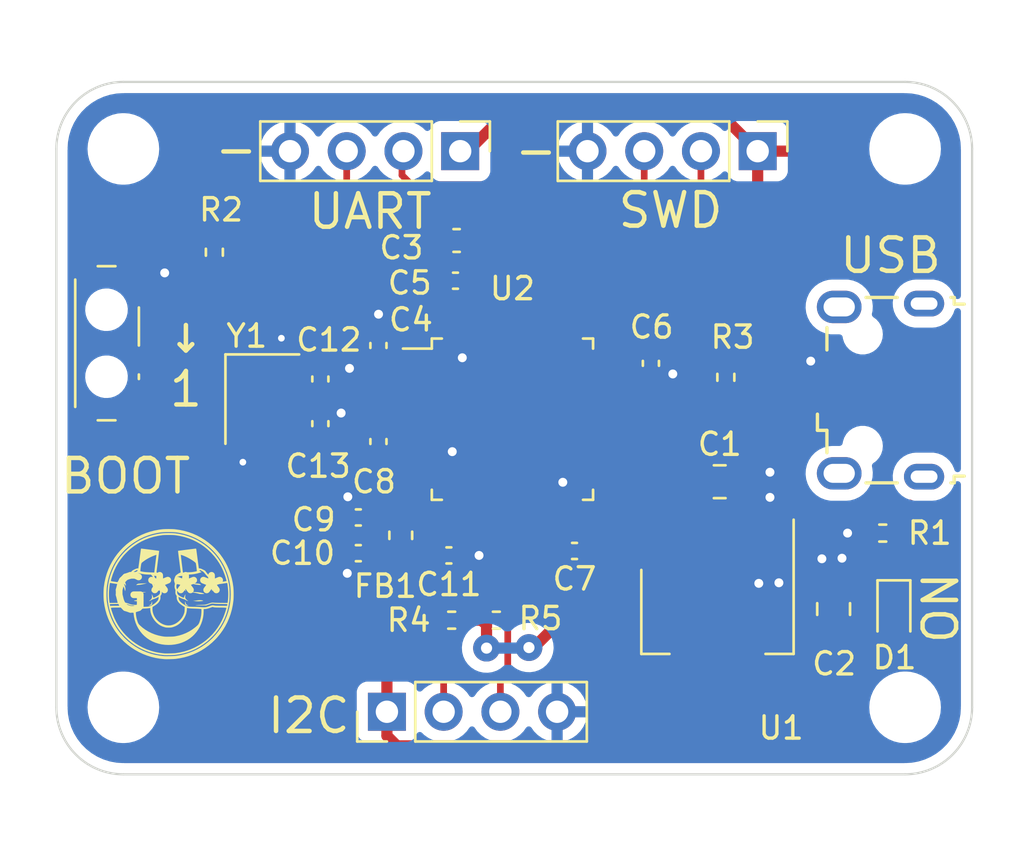
<source format=kicad_pcb>
(kicad_pcb (version 20211014) (generator pcbnew)
  (title_block (title "STM32 Tutorial") (date "2022-07-26") (rev "0.1") (company "VSVA"))
  (layers (0 "F.Cu" signal) (31 "B.Cu" power) (34 "B.Paste" user) (35 "F.Paste" user) (36 "B.SilkS" user "B.Silkscreen") (37 "F.SilkS" user "F.Silkscreen") (38 "B.Mask" user) (39 "F.Mask" user) (44 "Edge.Cuts" user))
  (net 0 "")
  (net 1 "VBUS")
  (net 2 "GND")
  (net 3 "+3.3V")
  (net 4 "+3.3VA")
  (net 5 "/NRST")
  (net 6 "/HSE_IN")
  (net 7 "/HSE_OUT")
  (net 8 "/PWR_LED_K")
  (net 9 "/USB_D-")
  (net 10 "/USB_D+")
  (net 12 "/USART1_TX")
  (net 13 "/USART1_RX")
  (net 14 "/SWDIO")
  (net 15 "/SWCLK")
  (net 16 "/I2C2_SCL")
  (net 17 "/I2C2_SDA")
  (net 18 "/SW_BOOT0")
  (net 19 "/BOOT0")
  (footprint "LOGO" (layer "F.Cu") (at 90.55 67.325)
    (fp_text reference "G***" (at 0 0) (layer "F.SilkS") (effects (font (size 1.524 1.524) (thickness 0.3))))
    (fp_text value "LOGO" hide)
  )
  (footprint "Capacitor_SMD:C_0805_2012Metric" (layer "F.Cu") (at 120.325 68 90)
    (fp_text reference "C2" (at -2.45 0.025) (layer "F.SilkS"))
    (fp_text value "22u")
    (pad "1" smd roundrect (at -0.95 0 90) (size 1 1.45) (layers "F.Cu" "F.Paste" "F.Mask") (net 3 "+3.3V"))
    (pad "2" smd roundrect (at 0.95 0 90) (size 1 1.45) (layers "F.Cu" "F.Paste" "F.Mask") (net 2 "GND"))
  )
  (footprint "Capacitor_SMD:C_0402_1005Metric" (layer "F.Cu") (at 97.345 57.7 90)
    (fp_text reference "C12" (at 1.75 0.38 180) (layer "F.SilkS"))
    (fp_text value "10p")
    (pad "1" smd roundrect (at -0.48 0 90) (size 0.56 0.62) (layers "F.Cu" "F.Paste" "F.Mask") (net 6 "/HSE_IN"))
    (pad "2" smd roundrect (at 0.48 0 90) (size 0.56 0.62) (layers "F.Cu" "F.Paste" "F.Mask") (net 2 "GND"))
  )
  (footprint "Connector_PinHeader_2.54mm:PinHeader_1x04_P2.54mm_Vertical" (layer "F.Cu") (at 103.605 47.5 -90)
    (fp_text reference "J2")
    (fp_text value "Conn_01x04_Male")
    (pad "1" thru_hole rect (at 0 0 270) (size 1.7 1.7) (drill 1) (layers *.Cu *.Mask) (net 3 "+3.3V"))
    (pad "2" thru_hole oval (at 0 2.54 270) (size 1.7 1.7) (drill 1) (layers *.Cu *.Mask) (net 12 "/USART1_TX"))
    (pad "3" thru_hole oval (at 0 5.08 270) (size 1.7 1.7) (drill 1) (layers *.Cu *.Mask) (net 13 "/USART1_RX"))
    (pad "4" thru_hole oval (at 0 7.62 270) (size 1.7 1.7) (drill 1) (layers *.Cu *.Mask) (net 2 "GND"))
  )
  (footprint "Capacitor_SMD:C_0402_1005Metric" (layer "F.Cu") (at 99.045 63.9 180)
    (fp_text reference "C9" (at 2 -0.1) (layer "F.SilkS"))
    (fp_text value "1u")
    (pad "1" smd roundrect (at -0.48 0 180) (size 0.56 0.62) (layers "F.Cu" "F.Paste" "F.Mask") (net 4 "+3.3VA"))
    (pad "2" smd roundrect (at 0.48 0 180) (size 0.56 0.62) (layers "F.Cu" "F.Paste" "F.Mask") (net 2 "GND"))
  )
  (footprint "Resistor_SMD:R_0402_1005Metric" (layer "F.Cu") (at 122.525 64.6 180)
    (fp_text reference "R1" (at -2.1 0) (layer "F.SilkS"))
    (fp_text value "1k5")
    (pad "1" smd roundrect (at -0.51 0 180) (size 0.54 0.64) (layers "F.Cu" "F.Paste" "F.Mask") (net 8 "/PWR_LED_K"))
    (pad "2" smd roundrect (at 0.51 0 180) (size 0.54 0.64) (layers "F.Cu" "F.Paste" "F.Mask") (net 2 "GND"))
  )
  (footprint "MountingHole:MountingHole_2.2mm_M2" (layer "F.Cu") (at 88.525 47.4)
    (fp_text reference "H1")
    (fp_text value "MountingHole")
    (pad "" np_thru_hole circle (at 0 0) (size 2.2 2.2) (drill 2.2) (layers *.Cu *.Mask))
  )
  (footprint "Capacitor_SMD:C_0402_1005Metric" (layer "F.Cu") (at 97.345 59.7 90)
    (fp_text reference "C13" (at -1.9 -0.1) (layer "F.SilkS"))
    (fp_text value "10p")
    (pad "1" smd roundrect (at -0.48 0 90) (size 0.56 0.62) (layers "F.Cu" "F.Paste" "F.Mask") (net 7 "/HSE_OUT"))
    (pad "2" smd roundrect (at 0.48 0 90) (size 0.56 0.62) (layers "F.Cu" "F.Paste" "F.Mask") (net 2 "GND"))
  )
  (footprint "Capacitor_SMD:C_0402_1005Metric" (layer "F.Cu") (at 103.395 53.3)
    (fp_text reference "C5" (at -2.05 0.1) (layer "F.SilkS"))
    (fp_text value "100n")
    (pad "1" smd roundrect (at -0.48 0) (size 0.56 0.62) (layers "F.Cu" "F.Paste" "F.Mask") (net 3 "+3.3V"))
    (pad "2" smd roundrect (at 0.48 0) (size 0.56 0.62) (layers "F.Cu" "F.Paste" "F.Mask") (net 2 "GND"))
  )
  (footprint "Package_QFP:LQFP-48_7x7mm_P0.5mm" (layer "F.Cu") (at 105.945 59.5)
    (fp_text reference "U2" (at 0 -5.85) (layer "F.SilkS"))
    (fp_text value "STM32F103C8T6")
    (pad "1" smd roundrect (at -4.1625 -2.75) (size 1.475 0.3) (layers "F.Cu" "F.Paste" "F.Mask") (net 3 "+3.3V"))
    (pad "2" smd roundrect (at -4.1625 -2.25) (size 1.475 0.3) (layers "F.Cu" "F.Paste" "F.Mask"))
    (pad "3" smd roundrect (at -4.1625 -1.75) (size 1.475 0.3) (layers "F.Cu" "F.Paste" "F.Mask"))
    (pad "4" smd roundrect (at -4.1625 -1.25) (size 1.475 0.3) (layers "F.Cu" "F.Paste" "F.Mask"))
    (pad "5" smd roundrect (at -4.1625 -0.75) (size 1.475 0.3) (layers "F.Cu" "F.Paste" "F.Mask") (net 6 "/HSE_IN"))
    (pad "6" smd roundrect (at -4.1625 -0.25) (size 1.475 0.3) (layers "F.Cu" "F.Paste" "F.Mask") (net 7 "/HSE_OUT"))
    (pad "7" smd roundrect (at -4.1625 0.25) (size 1.475 0.3) (layers "F.Cu" "F.Paste" "F.Mask") (net 5 "/NRST"))
    (pad "8" smd roundrect (at -4.1625 0.75) (size 1.475 0.3) (layers "F.Cu" "F.Paste" "F.Mask") (net 2 "GND"))
    (pad "9" smd roundrect (at -4.1625 1.25) (size 1.475 0.3) (layers "F.Cu" "F.Paste" "F.Mask") (net 4 "+3.3VA"))
    (pad "10" smd roundrect (at -4.1625 1.75) (size 1.475 0.3) (layers "F.Cu" "F.Paste" "F.Mask"))
    (pad "11" smd roundrect (at -4.1625 2.25) (size 1.475 0.3) (layers "F.Cu" "F.Paste" "F.Mask"))
    (pad "12" smd roundrect (at -4.1625 2.75) (size 1.475 0.3) (layers "F.Cu" "F.Paste" "F.Mask"))
    (pad "13" smd roundrect (at -2.75 4.1625) (size 0.3 1.475) (layers "F.Cu" "F.Paste" "F.Mask"))
    (pad "14" smd roundrect (at -2.25 4.1625) (size 0.3 1.475) (layers "F.Cu" "F.Paste" "F.Mask"))
    (pad "15" smd roundrect (at -1.75 4.1625) (size 0.3 1.475) (layers "F.Cu" "F.Paste" "F.Mask"))
    (pad "16" smd roundrect (at -1.25 4.1625) (size 0.3 1.475) (layers "F.Cu" "F.Paste" "F.Mask"))
    (pad "17" smd roundrect (at -0.75 4.1625) (size 0.3 1.475) (layers "F.Cu" "F.Paste" "F.Mask"))
    (pad "18" smd roundrect (at -0.25 4.1625) (size 0.3 1.475) (layers "F.Cu" "F.Paste" "F.Mask"))
    (pad "19" smd roundrect (at 0.25 4.1625) (size 0.3 1.475) (layers "F.Cu" "F.Paste" "F.Mask"))
    (pad "20" smd roundrect (at 0.75 4.1625) (size 0.3 1.475) (layers "F.Cu" "F.Paste" "F.Mask"))
    (pad "21" smd roundrect (at 1.25 4.1625) (size 0.3 1.475) (layers "F.Cu" "F.Paste" "F.Mask") (net 16 "/I2C2_SCL"))
    (pad "22" smd roundrect (at 1.75 4.1625) (size 0.3 1.475) (layers "F.Cu" "F.Paste" "F.Mask") (net 17 "/I2C2_SDA"))
    (pad "23" smd roundrect (at 2.25 4.1625) (size 0.3 1.475) (layers "F.Cu" "F.Paste" "F.Mask") (net 2 "GND"))
    (pad "24" smd roundrect (at 2.75 4.1625) (size 0.3 1.475) (layers "F.Cu" "F.Paste" "F.Mask") (net 3 "+3.3V"))
    (pad "25" smd roundrect (at 4.1625 2.75) (size 1.475 0.3) (layers "F.Cu" "F.Paste" "F.Mask"))
    (pad "26" smd roundrect (at 4.1625 2.25) (size 1.475 0.3) (layers "F.Cu" "F.Paste" "F.Mask"))
    (pad "27" smd roundrect (at 4.1625 1.75) (size 1.475 0.3) (layers "F.Cu" "F.Paste" "F.Mask"))
    (pad "28" smd roundrect (at 4.1625 1.25) (size 1.475 0.3) (layers "F.Cu" "F.Paste" "F.Mask"))
    (pad "29" smd roundrect (at 4.1625 0.75) (size 1.475 0.3) (layers "F.Cu" "F.Paste" "F.Mask"))
    (pad "30" smd roundrect (at 4.1625 0.25) (size 1.475 0.3) (layers "F.Cu" "F.Paste" "F.Mask"))
    (pad "31" smd roundrect (at 4.1625 -0.25) (size 1.475 0.3) (layers "F.Cu" "F.Paste" "F.Mask"))
    (pad "32" smd roundrect (at 4.1625 -0.75) (size 1.475 0.3) (layers "F.Cu" "F.Paste" "F.Mask") (net 9 "/USB_D-"))
    (pad "33" smd roundrect (at 4.1625 -1.25) (size 1.475 0.3) (layers "F.Cu" "F.Paste" "F.Mask") (net 10 "/USB_D+"))
    (pad "34" smd roundrect (at 4.1625 -1.75) (size 1.475 0.3) (layers "F.Cu" "F.Paste" "F.Mask") (net 14 "/SWDIO"))
    (pad "35" smd roundrect (at 4.1625 -2.25) (size 1.475 0.3) (layers "F.Cu" "F.Paste" "F.Mask") (net 2 "GND"))
    (pad "36" smd roundrect (at 4.1625 -2.75) (size 1.475 0.3) (layers "F.Cu" "F.Paste" "F.Mask") (net 3 "+3.3V"))
    (pad "37" smd roundrect (at 2.75 -4.1625) (size 0.3 1.475) (layers "F.Cu" "F.Paste" "F.Mask") (net 15 "/SWCLK"))
    (pad "38" smd roundrect (at 2.25 -4.1625) (size 0.3 1.475) (layers "F.Cu" "F.Paste" "F.Mask"))
    (pad "39" smd roundrect (at 1.75 -4.1625) (size 0.3 1.475) (layers "F.Cu" "F.Paste" "F.Mask"))
    (pad "40" smd roundrect (at 1.25 -4.1625) (size 0.3 1.475) (layers "F.Cu" "F.Paste" "F.Mask"))
    (pad "41" smd roundrect (at 0.75 -4.1625) (size 0.3 1.475) (layers "F.Cu" "F.Paste" "F.Mask"))
    (pad "42" smd roundrect (at 0.25 -4.1625) (size 0.3 1.475) (layers "F.Cu" "F.Paste" "F.Mask") (net 12 "/USART1_TX"))
    (pad "43" smd roundrect (at -0.25 -4.1625) (size 0.3 1.475) (layers "F.Cu" "F.Paste" "F.Mask") (net 13 "/USART1_RX"))
    (pad "44" smd roundrect (at -0.75 -4.1625) (size 0.3 1.475) (layers "F.Cu" "F.Paste" "F.Mask") (net 19 "/BOOT0"))
    (pad "45" smd roundrect (at -1.25 -4.1625) (size 0.3 1.475) (layers "F.Cu" "F.Paste" "F.Mask"))
    (pad "46" smd roundrect (at -1.75 -4.1625) (size 0.3 1.475) (layers "F.Cu" "F.Paste" "F.Mask"))
    (pad "47" smd roundrect (at -2.25 -4.1625) (size 0.3 1.475) (layers "F.Cu" "F.Paste" "F.Mask") (net 2 "GND"))
    (pad "48" smd roundrect (at -2.75 -4.1625) (size 0.3 1.475) (layers "F.Cu" "F.Paste" "F.Mask") (net 3 "+3.3V"))
  )
  (footprint "Capacitor_SMD:C_0805_2012Metric" (layer "F.Cu") (at 115.225 62.3)
    (fp_text reference "C1" (at 0 -1.68) (layer "F.SilkS"))
    (fp_text value "22u")
    (pad "1" smd roundrect (at -0.95 0) (size 1 1.45) (layers "F.Cu" "F.Paste" "F.Mask") (net 1 "VBUS"))
    (pad "2" smd roundrect (at 0.95 0) (size 1 1.45) (layers "F.Cu" "F.Paste" "F.Mask") (net 2 "GND"))
  )
  (footprint "Connector_USB:USB_Micro-B_Wuerth_629105150521" (layer "F.Cu") (at 122.425 58.2 90)
    (fp_text reference "J1")
    (fp_text value "USB_B_Micro")
    (pad "" np_thru_hole oval (at -2.5 -0.8 90) (size 0.8 0.8) (drill 0.8) (layers *.Cu *.Mask))
    (pad "" np_thru_hole oval (at 2.5 -0.8 90) (size 0.8 0.8) (drill 0.8) (layers *.Cu *.Mask))
    (pad "1" smd rect (at -1.3 -1.9 90) (size 0.45 1.3) (layers "F.Cu" "F.Paste" "F.Mask") (net 1 "VBUS"))
    (pad "2" smd rect (at -0.65 -1.9 90) (size 0.45 1.3) (layers "F.Cu" "F.Paste" "F.Mask") (net 9 "/USB_D-"))
    (pad "3" smd rect (at 0 -1.9 90) (size 0.45 1.3) (layers "F.Cu" "F.Paste" "F.Mask") (net 10 "/USB_D+"))
    (pad "4" smd rect (at 0.65 -1.9 90) (size 0.45 1.3) (layers "F.Cu" "F.Paste" "F.Mask"))
    (pad "5" smd rect (at 1.3 -1.9 90) (size 0.45 1.3) (layers "F.Cu" "F.Paste" "F.Mask") (net 2 "GND"))
    (pad "6" thru_hole oval (at 3.875 1.95 90) (size 1.15 1.8) (drill oval 0.55 1.2) (layers *.Cu *.Mask))
    (pad "6" thru_hole oval (at 3.725 -1.85 90) (size 1.45 2) (drill oval 0.85 1.4) (layers *.Cu *.Mask))
    (pad "6" thru_hole oval (at -3.875 1.95 90) (size 1.15 1.8) (drill oval 0.55 1.2) (layers *.Cu *.Mask))
    (pad "6" thru_hole oval (at -3.725 -1.85 90) (size 1.45 2) (drill oval 0.85 1.4) (layers *.Cu *.Mask))
  )
  (footprint "Capacitor_SMD:C_0402_1005Metric" (layer "F.Cu") (at 103.1 65.6)
    (fp_text reference "C11" (at 0 1.3) (layer "F.SilkS"))
    (fp_text value "100n")
    (pad "1" smd roundrect (at -0.48 0) (size 0.56 0.62) (layers "F.Cu" "F.Paste" "F.Mask") (net 5 "/NRST"))
    (pad "2" smd roundrect (at 0.48 0) (size 0.56 0.62) (layers "F.Cu" "F.Paste" "F.Mask") (net 2 "GND"))
  )
  (footprint "Capacitor_SMD:C_0603_1608Metric" (layer "F.Cu") (at 103.445 51.5)
    (fp_text reference "C3" (at -2.47 0.325) (layer "F.SilkS"))
    (fp_text value "10u")
    (pad "1" smd roundrect (at -0.775 0) (size 0.9 0.95) (layers "F.Cu" "F.Paste" "F.Mask") (net 3 "+3.3V"))
    (pad "2" smd roundrect (at 0.775 0) (size 0.9 0.95) (layers "F.Cu" "F.Paste" "F.Mask") (net 2 "GND"))
  )
  (footprint "LED_SMD:LED_0603_1608Metric" (layer "F.Cu") (at 123.025 68.2 -90)
    (fp_text reference "D1" (at 1.975 -0.025 180) (layer "F.SilkS"))
    (fp_text value "RED")
    (pad "1" smd roundrect (at -0.7875 0 270) (size 0.875 0.95) (layers "F.Cu" "F.Paste" "F.Mask") (net 8 "/PWR_LED_K"))
    (pad "2" smd roundrect (at 0.7875 0 270) (size 0.875 0.95) (layers "F.Cu" "F.Paste" "F.Mask") (net 3 "+3.3V"))
  )
  (footprint "Capacitor_SMD:C_0402_1005Metric" (layer "F.Cu") (at 108.725 65.4 180)
    (fp_text reference "C7" (at 0 -1.25) (layer "F.SilkS"))
    (fp_text value "100n")
    (pad "1" smd roundrect (at -0.48 0 180) (size 0.56 0.62) (layers "F.Cu" "F.Paste" "F.Mask") (net 3 "+3.3V"))
    (pad "2" smd roundrect (at 0.48 0 180) (size 0.56 0.62) (layers "F.Cu" "F.Paste" "F.Mask") (net 2 "GND"))
  )
  (footprint "Capacitor_SMD:C_0402_1005Metric" (layer "F.Cu") (at 99.945 56.2 90)
    (fp_text reference "C4" (at 1.15 1.455 180) (layer "F.SilkS"))
    (fp_text value "100n")
    (pad "1" smd roundrect (at -0.48 0 90) (size 0.56 0.62) (layers "F.Cu" "F.Paste" "F.Mask") (net 3 "+3.3V"))
    (pad "2" smd roundrect (at 0.48 0 90) (size 0.56 0.62) (layers "F.Cu" "F.Paste" "F.Mask") (net 2 "GND"))
  )
  (footprint "Capacitor_SMD:C_0402_1005Metric" (layer "F.Cu") (at 99.045 65.5 180)
    (fp_text reference "C10" (at 2.5 0) (layer "F.SilkS"))
    (fp_text value "1u")
    (pad "1" smd roundrect (at -0.48 0 180) (size 0.56 0.62) (layers "F.Cu" "F.Paste" "F.Mask") (net 3 "+3.3V"))
    (pad "2" smd roundrect (at 0.48 0 180) (size 0.56 0.62) (layers "F.Cu" "F.Paste" "F.Mask") (net 2 "GND"))
  )
  (footprint "Connector_PinHeader_2.54mm:PinHeader_1x04_P2.54mm_Vertical" (layer "F.Cu") (at 116.925 47.5 -90)
    (fp_text reference "J3")
    (fp_text value "Conn_01x04_Male")
    (pad "1" thru_hole rect (at 0 0 270) (size 1.7 1.7) (drill 1) (layers *.Cu *.Mask) (net 3 "+3.3V"))
    (pad "2" thru_hole oval (at 0 2.54 270) (size 1.7 1.7) (drill 1) (layers *.Cu *.Mask) (net 14 "/SWDIO"))
    (pad "3" thru_hole oval (at 0 5.08 270) (size 1.7 1.7) (drill 1) (layers *.Cu *.Mask) (net 15 "/SWCLK"))
    (pad "4" thru_hole oval (at 0 7.62 270) (size 1.7 1.7) (drill 1) (layers *.Cu *.Mask) (net 2 "GND"))
  )
  (footprint "Crystal:Crystal_SMD_3225-4Pin_3.2x2.5mm" (layer "F.Cu") (at 94.745 58.6 -90)
    (fp_text reference "Y1" (at -2.825 0.695 180) (layer "F.SilkS"))
    (fp_text value "16MHz")
    (pad "1" smd rect (at -1.1 0.85 270) (size 1.4 1.2) (layers "F.Cu" "F.Paste" "F.Mask") (net 6 "/HSE_IN"))
    (pad "2" smd rect (at 1.1 0.85 270) (size 1.4 1.2) (layers "F.Cu" "F.Paste" "F.Mask") (net 2 "GND"))
    (pad "3" smd rect (at 1.1 -0.85 270) (size 1.4 1.2) (layers "F.Cu" "F.Paste" "F.Mask") (net 7 "/HSE_OUT"))
    (pad "4" smd rect (at -1.1 -0.85 270) (size 1.4 1.2) (layers "F.Cu" "F.Paste" "F.Mask") (net 2 "GND"))
  )
  (footprint "Resistor_SMD:R_0402_1005Metric" (layer "F.Cu") (at 103.225 68.5 180)
    (fp_text reference "R4" (at 1.925 0) (layer "F.SilkS"))
    (fp_text value "1k5")
    (pad "1" smd roundrect (at -0.51 0 180) (size 0.54 0.64) (layers "F.Cu" "F.Paste" "F.Mask") (net 3 "+3.3V"))
    (pad "2" smd roundrect (at 0.51 0 180) (size 0.54 0.64) (layers "F.Cu" "F.Paste" "F.Mask") (net 16 "/I2C2_SCL"))
  )
  (footprint "Button_Switch_SMD:SW_SPDT_PCM12" (layer "F.Cu") (at 88.1 56.1 -90)
    (fp_text reference "SW1")
    (fp_text value "SW_SPDT")
    (pad "" smd rect (at -3.65 -0.78 270) (size 1 0.8) (layers "F.Cu" "F.Paste" "F.Mask"))
    (pad "" smd rect (at -3.65 1.43 270) (size 1 0.8) (layers "F.Cu" "F.Paste" "F.Mask"))
    (pad "" np_thru_hole circle (at -1.5 0.33 270) (size 0.9 0.9) (drill 0.9) (layers *.Cu *.Mask))
    (pad "" smd rect (at 3.65 1.43 270) (size 1 0.8) (layers "F.Cu" "F.Paste" "F.Mask"))
    (pad "" np_thru_hole circle (at 1.5 0.33 270) (size 0.9 0.9) (drill 0.9) (layers *.Cu *.Mask))
    (pad "" smd rect (at 3.65 -0.78 270) (size 1 0.8) (layers "F.Cu" "F.Paste" "F.Mask"))
    (pad "1" smd rect (at -2.25 -1.43 270) (size 0.7 1.5) (layers "F.Cu" "F.Paste" "F.Mask") (net 2 "GND"))
    (pad "2" smd rect (at 0.75 -1.43 270) (size 0.7 1.5) (layers "F.Cu" "F.Paste" "F.Mask") (net 18 "/SW_BOOT0"))
    (pad "3" smd rect (at 2.25 -1.43 270) (size 0.7 1.5) (layers "F.Cu" "F.Paste" "F.Mask") (net 3 "+3.3V"))
  )
  (footprint "Capacitor_SMD:C_0402_1005Metric" (layer "F.Cu") (at 112.145 57 -90)
    (fp_text reference "C6" (at -1.625 -0.03 180) (layer "F.SilkS"))
    (fp_text value "100n")
    (pad "1" smd roundrect (at -0.48 0 270) (size 0.56 0.62) (layers "F.Cu" "F.Paste" "F.Mask") (net 3 "+3.3V"))
    (pad "2" smd roundrect (at 0.48 0 270) (size 0.56 0.62) (layers "F.Cu" "F.Paste" "F.Mask") (net 2 "GND"))
  )
  (footprint "Capacitor_SMD:C_0402_1005Metric" (layer "F.Cu") (at 99.945 60.5 90)
    (fp_text reference "C8" (at -1.8 -0.2 180) (layer "F.SilkS"))
    (fp_text value "10n")
    (pad "1" smd roundrect (at -0.48 0 90) (size 0.56 0.62) (layers "F.Cu" "F.Paste" "F.Mask") (net 4 "+3.3VA"))
    (pad "2" smd roundrect (at 0.48 0 90) (size 0.56 0.62) (layers "F.Cu" "F.Paste" "F.Mask") (net 2 "GND"))
  )
  (footprint "Resistor_SMD:R_0402_1005Metric" (layer "F.Cu") (at 115.5 57.625 -90)
    (fp_text reference "R3" (at -1.8 -0.3 180) (layer "F.SilkS"))
    (fp_text value "1k5")
    (pad "1" smd roundrect (at -0.51 0 270) (size 0.54 0.64) (layers "F.Cu" "F.Paste" "F.Mask") (net 3 "+3.3V"))
    (pad "2" smd roundrect (at 0.51 0 270) (size 0.54 0.64) (layers "F.Cu" "F.Paste" "F.Mask") (net 10 "/USB_D+"))
  )
  (footprint "Connector_PinHeader_2.54mm:PinHeader_1x04_P2.54mm_Vertical" (layer "F.Cu") (at 100.325 72.6 90)
    (fp_text reference "J4")
    (fp_text value "Conn_01x04_Male")
    (pad "1" thru_hole rect (at 0 0 90) (size 1.7 1.7) (drill 1) (layers *.Cu *.Mask) (net 3 "+3.3V"))
    (pad "2" thru_hole oval (at 0 2.54 90) (size 1.7 1.7) (drill 1) (layers *.Cu *.Mask) (net 16 "/I2C2_SCL"))
    (pad "3" thru_hole oval (at 0 5.08 90) (size 1.7 1.7) (drill 1) (layers *.Cu *.Mask) (net 17 "/I2C2_SDA"))
    (pad "4" thru_hole oval (at 0 7.62 90) (size 1.7 1.7) (drill 1) (layers *.Cu *.Mask) (net 2 "GND"))
  )
  (footprint "Resistor_SMD:R_0402_1005Metric" (layer "F.Cu") (at 105.225 68.5)
    (fp_text reference "R5" (at 1.975 -0.075) (layer "F.SilkS"))
    (fp_text value "1k5")
    (pad "1" smd roundrect (at -0.51 0) (size 0.54 0.64) (layers "F.Cu" "F.Paste" "F.Mask") (net 3 "+3.3V"))
    (pad "2" smd roundrect (at 0.51 0) (size 0.54 0.64) (layers "F.Cu" "F.Paste" "F.Mask") (net 17 "/I2C2_SDA"))
  )
  (footprint "Package_TO_SOT_SMD:SOT-223-3_TabPin2" (layer "F.Cu") (at 115.125 68.1 -90)
    (fp_text reference "U1" (at 5.225 -2.85 180) (layer "F.SilkS"))
    (fp_text value "AMS1117-3.3")
    (pad "1" smd rect (at -3.15 -2.3 270) (size 2 1.5) (layers "F.Cu" "F.Paste" "F.Mask") (net 2 "GND"))
    (pad "2" smd rect (at -3.15 0 270) (size 2 1.5) (layers "F.Cu" "F.Paste" "F.Mask") (net 3 "+3.3V"))
    (pad "2" smd rect (at 3.15 0 270) (size 2 3.8) (layers "F.Cu" "F.Paste" "F.Mask") (net 3 "+3.3V"))
    (pad "3" smd rect (at -3.15 2.3 270) (size 2 1.5) (layers "F.Cu" "F.Paste" "F.Mask") (net 1 "VBUS"))
  )
  (footprint "MountingHole:MountingHole_2.2mm_M2" (layer "F.Cu") (at 88.525 72.4)
    (fp_text reference "H2")
    (fp_text value "MountingHole")
    (pad "" np_thru_hole circle (at 0 0) (size 2.2 2.2) (drill 2.2) (layers F&B.Cu *.Mask))
  )
  (footprint "MountingHole:MountingHole_2.2mm_M2" (layer "F.Cu") (at 123.525 72.4)
    (fp_text reference "H3")
    (fp_text value "MountingHole")
    (pad "" np_thru_hole circle (at 0 0) (size 2.2 2.2) (drill 2.2) (layers F&B.Cu *.Mask))
  )
  (footprint "Resistor_SMD:R_0402_1005Metric" (layer "F.Cu") (at 92.6 52.025 90)
    (fp_text reference "R2" (at 1.9 0.3 180) (layer "F.SilkS"))
    (fp_text value "10k")
    (pad "1" smd roundrect (at -0.51 0 90) (size 0.54 0.64) (layers "F.Cu" "F.Paste" "F.Mask") (net 18 "/SW_BOOT0"))
    (pad "2" smd roundrect (at 0.51 0 90) (size 0.54 0.64) (layers "F.Cu" "F.Paste" "F.Mask") (net 19 "/BOOT0"))
  )
  (footprint "Inductor_SMD:L_0603_1608Metric" (layer "F.Cu") (at 100.945 64.7 -90)
    (fp_text reference "FB1" (at 2.275 0.695 180) (layer "F.SilkS"))
    (fp_text value "120R")
    (pad "1" smd roundrect (at -0.7875 0 270) (size 0.875 0.95) (layers "F.Cu" "F.Paste" "F.Mask") (net 4 "+3.3VA"))
    (pad "2" smd roundrect (at 0.7875 0 270) (size 0.875 0.95) (layers "F.Cu" "F.Paste" "F.Mask") (net 3 "+3.3V"))
  )
  (footprint "MountingHole:MountingHole_2.2mm_M2" (layer "F.Cu") (at 123.525 47.4)
    (fp_text reference "H4")
    (fp_text value "MountingHole")
    (pad "" np_thru_hole circle (at 0 0) (size 2.2 2.2) (drill 2.2) (layers *.Cu *.Mask))
  )
  (gr_line (start 88.525 44.4) (end 123.525 44.4) (layer "Edge.Cuts") (width 0.1))
  (gr_arc (start 88.525 75.4) (mid 86.40368 74.52132) (end 85.525 72.4) (layer "Edge.Cuts") (width 0.1))
  (gr_line (start 126.525 47.4) (end 126.525 72.4) (layer "Edge.Cuts") (width 0.1))
  (gr_line (start 85.525 47.4) (end 85.525 72.4) (layer "Edge.Cuts") (width 0.1))
  (gr_line (start 88.525 75.4) (end 123.525 75.4) (layer "Edge.Cuts") (width 0.1))
  (gr_arc (start 123.525 44.4) (mid 125.64632 45.27868) (end 126.525 47.4) (layer "Edge.Cuts") (width 0.1))
  (gr_arc (start 126.525 72.4) (mid 125.64632 74.52132) (end 123.525 75.4) (layer "Edge.Cuts") (width 0.1))
  (gr_arc (start 85.525 47.4) (mid 86.40368 45.27868) (end 88.525 44.4) (layer "Edge.Cuts") (width 0.1))
  (gr_text "-" (at 107 47.45) (layer "F.SilkS") (effects (font (size 1.5 1.5) (thickness 0.2))))
  (gr_text "-" (at 93.575 47.4) (layer "F.SilkS") (effects (font (size 1.5 1.5) (thickness 0.2))))
  (gr_text "↓\n1" (at 91.325 56.95) (layer "F.SilkS") (effects (font (size 1.5 1.5) (thickness 0.2))))
  (gr_text "BOOT" (at 88.625 62.05) (layer "F.SilkS") (effects (font (size 1.5 1.5) (thickness 0.2))))
  (gr_text "UART" (at 99.575 50.2) (layer "F.SilkS") (effects (font (size 1.5 1.5) (thickness 0.2))))
  (gr_text "USB" (at 122.875 52.175) (layer "F.SilkS") (effects (font (size 1.5 1.5) (thickness 0.2))))
  (gr_text "I2C" (at 96.825 72.775) (layer "F.SilkS") (effects (font (size 1.5 1.5) (thickness 0.2))))
  (gr_text "ON" (at 125.125 67.95 90) (layer "F.SilkS") (effects (font (size 1.5 1.5) (thickness 0.2))))
  (gr_text "SWD" (at 113.025 50.15) (layer "F.SilkS") (effects (font (size 1.5 1.5) (thickness 0.2))))
  (segment (start 115.6 59.5) (end 114.275 60.825) (width 0.3) (layer "F.Cu") (net 1))
  (segment (start 113.575 62.3) (end 112.825 63.05) (width 0.3) (layer "F.Cu") (net 1))
  (segment (start 114.275 60.825) (end 114.275 62.3) (width 0.3) (layer "F.Cu") (net 1))
  (segment (start 120.525 59.5) (end 115.6 59.5) (width 0.3) (layer "F.Cu") (net 1))
  (segment (start 114.275 62.3) (end 113.575 62.3) (width 0.3) (layer "F.Cu") (net 1))
  (segment (start 112.825 63.05) (end 112.825 64.95) (width 0.3) (layer "F.Cu") (net 1))
  (segment (start 101.7825 60.25) (end 102.621041 60.25) (width 0.3) (layer "F.Cu") (net 2))
  (segment (start 117.425 64.95) (end 117.425 64.925) (width 0.5) (layer "F.Cu") (net 2))
  (segment (start 98.565 65.5) (end 98.565 66.385) (width 0.5) (layer "F.Cu") (net 2))
  (segment (start 93.895 59.7) (end 93.895 61.405) (width 0.5) (layer "F.Cu") (net 2))
  (segment (start 116.5 63) (end 116.175 62.675) (width 0.5) (layer "F.Cu") (net 2))
  (segment (start 116.975 64.975) (end 116.975 66.85) (width 0.5) (layer "F.Cu") (net 2))
  (segment (start 98.27 59.22) (end 98.275 59.225) (width 0.5) (layer "F.Cu") (net 2))
  (segment (start 120.65 67.05) (end 120.7 67) (width 0.5) (layer "F.Cu") (net 2))
  (segment (start 112.145 57.48) (end 113.12 57.48) (width 0.5) (layer "F.Cu") (net 2))
  (segment (start 95.595 55.88) (end 95.6 55.875) (width 0.5) (layer "F.Cu") (net 2))
  (segment (start 108.195 65.35) (end 108.245 65.4) (width 0.3) (layer "F.Cu") (net 2))
  (segment (start 89.53 53.85) (end 89.53 53.795) (width 0.5) (layer "F.Cu") (net 2))
  (segment (start 103.58 65.6) (end 104.45 65.6) (width 0.5) (layer "F.Cu") (net 2))
  (segment (start 103.695 56.745) (end 103.7 56.75) (width 0.3) (layer "F.Cu") (net 2))
  (segment (start 116.175 62.3) (end 116.175 61.975) (width 0.5) (layer "F.Cu") (net 2))
  (segment (start 117.85 65.375) (end 117.875 65.375) (width 0.5) (layer "F.Cu") (net 2))
  (segment (start 120.325 67.05) (end 120 67.05) (width 0.5) (layer "F.Cu") (net 2))
  (segment (start 110.1075 57.25) (end 111.045 57.25) (width 0.3) (layer "F.Cu") (net 2))
  (segment (start 89.53 53.795) (end 90.375 52.95) (width 0.5) (layer "F.Cu") (net 2))
  (segment (start 108.195 63.6625) (end 108.195 62.33) (width 0.3) (layer "F.Cu") (net 2))
  (segment (start 97.345 57.22) (end 98.645 57.22) (width 0.5) (layer "F.Cu") (net 2))
  (segment (start 116.175 61.975) (end 116.275 61.875) (width 0.5) (layer "F.Cu") (net 2))
  (segment (start 119.8 66.85) (end 119.8 65.75) (width 0.5) (layer "F.Cu") (net 2))
  (segment (start 116.275 61.875) (end 117.475 61.875) (width 0.5) (layer "F.Cu") (net 2))
  (segment (start 120.7 67) (end 120.7 65.725) (width 0.5) (layer "F.Cu") (net 2))
  (segment (start 99.945 55.72) (end 99.945 54.805) (width 0.5) (layer "F.Cu") (net 2))
  (segment (start 104.22 51.5) (end 104.22 52.955) (width 0.5) (layer "F.Cu") (net 2))
  (segment (start 95.595 57.5) (end 95.595 55.88) (width 0.5) (layer "F.Cu") (net 2))
  (segment (start 111.045 57.25) (end 111.275 57.48) (width 0.3) (layer "F.Cu") (net 2))
  (segment (start 103.875 53.97) (end 103.875 53.3) (width 0.3) (layer "F.Cu") (net 2))
  (segment (start 103.695 55.3375) (end 103.695 56.745) (width 0.3) (layer "F.Cu") (net 2))
  (segment (start 99.945 54.805) (end 99.95 54.8) (width 0.5) (layer "F.Cu") (net 2))
  (segment (start 98.565 62.985) (end 98.575 62.975) (width 0.5) (layer "F.Cu") (net 2))
  (segment (start 98.565 66.385) (end 98.55 66.4) (width 0.5) (layer "F.Cu") (net 2))
  (segment (start 103.2505 60.879459) (end 103.2505 60.953812) (width 0.3) (layer "F.Cu") (net 2))
  (segment (start 113.12 57.48) (end 113.125 57.475) (width 0.5) (layer "F.Cu") (net 2))
  (segment (start 117.475 63) (end 116.5 63) (width 0.5) (layer "F.Cu") (net 2))
  (segment (start 103.695 54.15) (end 103.875 53.97) (width 0.3) (layer "F.Cu") (net 2))
  (segment (start 100.713959 60.02) (end 99.945 60.02) (width 0.3) (layer "F.Cu") (net 2))
  (segment (start 120.525 56.9) (end 120.55 56.9) (width 0.3) (layer "F.Cu") (net 2))
  (segment (start 111.275 57.48) (end 112.145 57.48) (width 0.3) (layer "F.Cu") (net 2))
  (segment (start 98.565 63.9) (end 98.565 62.985) (width 0.5) (layer "F.Cu") (net 2))
  (segment (start 100.943959 60.25) (end 100.713959 60.02) (width 0.3) (layer "F.Cu") (net 2))
  (segment (start 102.621041 60.25) (end 103.2505 60.879459) (width 0.3) (layer "F.Cu") (net 2))
  (segment (start 116.175 62.675) (end 116.175 62.3) (width 0.5) (layer "F.Cu") (net 2))
  (segment (start 103.695 55.3375) (end 103.695 54.15) (width 0.3) (layer "F.Cu") (net 2))
  (segment (start 122.015 64.6) (end 120.95 64.6) (width 0.5) (layer "F.Cu") (net 2))
  (segment (start 119.975 67.025) (end 119.8 66.85) (width 0.5) (layer "F.Cu") (net 2))
  (segment (start 117 64.95) (end 116.975 64.975) (width 0.5) (layer "F.Cu") (net 2))
  (segment (start 117.875 65.375) (end 117.875 66.825) (width 0.5) (layer "F.Cu") (net 2))
  (segment (start 101.7825 60.25) (end 100.943959 60.25) (width 0.3) (layer "F.Cu") (net 2))
  (segment (start 97.345 59.22) (end 98.27 59.22) (width 0.5) (layer "F.Cu") (net 2))
  (segment (start 120 67.05) (end 119.975 67.025) (width 0.5) (layer "F.Cu") (net 2))
  (segment (start 108.195 62.33) (end 108.2 62.325) (width 0.3) (layer "F.Cu") (net 2))
  (segment (start 98.645 57.22) (end 98.65 57.225) (width 0.5) (layer "F.Cu") (net 2))
  (segment (start 93.895 61.405) (end 93.875 61.425) (width 0.5) (layer "F.Cu") (net 2))
  (segment (start 117.425 64.95) (end 117 64.95) (width 0.5) (layer "F.Cu") (net 2))
  (segment (start 120.325 67.05) (end 120.65 67.05) (width 0.5) (layer "F.Cu") (net 2))
  (segment (start 108.195 63.6625) (end 108.195 65.35) (width 0.3) (layer "F.Cu") (net 2))
  (segment (start 120.55 56.9) (end 119.3 56.9) (width 0.3) (layer "F.Cu") (net 2))
  (segment (start 104.22 52.955) (end 103.875 53.3) (width 0.5) (layer "F.Cu") (net 2))
  (segment (start 117.425 64.95) (end 117.85 65.375) (width 0.5) (layer "F.Cu") (net 2))
  (via (at 120.95 64.6) (size 0.8) (drill 0.4) (layers "F.Cu" "B.Cu") (net 2))
  (via (at 98.65 57.225) (size 0.8) (drill 0.4) (layers "F.Cu" "B.Cu") (net 2))
  (via (at 90.375 52.95) (size 0.8) (drill 0.4) (layers "F.Cu" "B.Cu") (net 2))
  (via (at 117.475 63) (size 0.8) (drill 0.4) (layers "F.Cu" "B.Cu") (net 2))
  (via (at 104.45 65.6) (size 0.8) (drill 0.4) (layers "F.Cu" "B.Cu") (net 2))
  (via (at 119.3 56.9) (size 0.8) (drill 0.4) (layers "F.Cu" "B.Cu") (net 2))
  (via (at 119.8 65.75) (size 0.8) (drill 0.4) (layers "F.Cu" "B.Cu") (net 2))
  (via (at 108.2 62.325) (size 0.8) (drill 0.4) (layers "F.Cu" "B.Cu") (net 2))
  (via (at 117.475 61.875) (size 0.8) (drill 0.4) (layers "F.Cu" "B.Cu") (net 2))
  (via (at 98.55 66.4) (size 0.8) (drill 0.4) (layers "F.Cu" "B.Cu") (net 2))
  (via (at 99.95 54.8) (size 0.8) (drill 0.4) (layers "F.Cu" "B.Cu") (net 2))
  (via (at 120.7 65.725) (size 0.8) (drill 0.4) (layers "F.Cu" "B.Cu") (net 2))
  (via (at 98.575 62.975) (size 0.8) (drill 0.4) (layers "F.Cu" "B.Cu") (net 2))
  (via (at 103.7 56.75) (size 0.8) (drill 0.4) (layers "F.Cu" "B.Cu") (net 2))
  (via (at 95.6 55.875) (size 0.7) (drill 0.3) (layers "F.Cu" "B.Cu") (net 2))
  (via (at 93.875 61.425) (size 0.7) (drill 0.3) (layers "F.Cu" "B.Cu") (net 2))
  (via (at 116.975 66.85) (size 0.8) (drill 0.4) (layers "F.Cu" "B.Cu") (net 2))
  (via (at 113.125 57.475) (size 0.8) (drill 0.4) (layers "F.Cu" "B.Cu") (net 2))
  (via (at 98.275 59.225) (size 0.8) (drill 0.4) (layers "F.Cu" "B.Cu") (net 2))
  (via (at 103.2505 60.953812) (size 0.8) (drill 0.4) (layers "F.Cu" "B.Cu") (net 2))
  (via (at 117.875 66.825) (size 0.8) (drill 0.4) (layers "F.Cu" "B.Cu") (net 2))
  (segment (start 101.05 51.5) (end 97.7 54.85) (width 0.5) (layer "F.Cu") (net 3))
  (segment (start 123.475 55.675) (end 122.575 54.775) (width 0.5) (layer "F.Cu") (net 3))
  (segment (start 97.7 54.85) (end 99.53 56.68) (width 0.5) (layer "F.Cu") (net 3))
  (segment (start 115.25 45.825) (end 116.925 47.5) (width 0.5) (layer "F.Cu") (net 3))
  (segment (start 93.6 54.85) (end 97.7 54.85) (width 0.5) (layer "F.Cu") (net 3))
  (segment (start 100.775 74.125) (end 100.325 73.675) (width 0.5) (layer "F.Cu") (net 3))
  (segment (start 123.025 68.975) (end 123 68.95) (width 0.5) (layer "F.Cu") (net 3))
  (segment (start 102.67 53.055) (end 102.915 53.3) (width 0.5) (layer "F.Cu") (net 3))
  (segment (start 111.095 56.75) (end 111.325 56.52) (width 0.3) (layer "F.Cu") (net 3))
  (segment (start 99.5375 65.4875) (end 99.525 65.5) (width 0.5) (layer "F.Cu") (net 3))
  (segment (start 111.325 56.52) (end 112.145 56.52) (width 0.3) (layer "F.Cu") (net 3))
  (segment (start 120.325 72.7) (end 119.275 73.75) (width 0.5) (layer "F.Cu") (net 3))
  (segment (start 110.7 70.45) (end 110.7 73.35) (width 0.5) (layer "F.Cu") (net 3))
  (segment (start 112.225 73.75) (end 110.7 72.225) (width 0.5) (layer "F.Cu") (net 3))
  (segment (start 100.625 56.75) (end 100.275 56.75) (width 0.3) (layer "F.Cu") (net 3))
  (segment (start 100.945 65.4875) (end 99.5375 65.4875) (width 0.5) (layer "F.Cu") (net 3))
  (segment (start 106.9 69.725) (end 109.205 67.42) (width 0.5) (layer "F.Cu") (net 3))
  (segment (start 118.625 47.5) (end 116.925 47.5) (width 0.5) (layer "F.Cu") (net 3))
  (segment (start 102.67 51.5) (end 101.05 51.5) (width 0.5) (layer "F.Cu") (net 3))
  (segment (start 123 68.95) (end 120.325 68.95) (width 0.5) (layer "F.Cu") (net 3))
  (segment (start 100.325 73.675) (end 100.325 72.6) (width 0.5) (layer "F.Cu") (net 3))
  (segment (start 122.95 63.35) (end 122.55 62.95) (width 0.5) (layer "F.Cu") (net 3))
  (segment (start 102.67 51.5) (end 102.67 53.055) (width 0.5) (layer "F.Cu") (net 3))
  (segment (start 114.905 56.52) (end 115.5 57.115) (width 0.5) (layer "F.Cu") (net 3))
  (segment (start 116.925 54.5) (end 114.905 56.52) (width 0.5) (layer "F.Cu") (net 3))
  (segment (start 92.175 65.925) (end 95.145 68.895) (width 0.5) (layer "F.Cu") (net 3))
  (segment (start 95.145 68.895) (end 100.945 68.895) (width 0.5) (layer "F.Cu") (net 3))
  (segment (start 89.53 58.35) (end 91.875 58.35) (width 0.5) (layer "F.Cu") (net 3))
  (segment (start 100.945 69.795) (end 100.945 68.895) (width 0.5) (layer "F.Cu") (net 3))
  (segment (start 124.725 64.35) (end 123.725 63.35) (width 0.5) (layer "F.Cu") (net 3))
  (segment (start 104.7855 69.75) (end 104.7855 68.5705) (width 0.5) (layer "F.Cu") (net 3))
  (segment (start 123.725 63.35) (end 122.95 63.35) (width 0.5) (layer "F.Cu") (net 3))
  (segment (start 99.53 56.68) (end 99.945 56.68) (width 0.5) (layer "F.Cu") (net 3))
  (segment (start 124.725 67.775) (end 124.725 64.35) (width 0.5) (layer "F.Cu") (net 3))
  (segment (start 106.6845 69.725) (end 106.9 69.725) (width 0.5) (layer "F.Cu") (net 3))
  (segment (start 110.7 66.475) (end 109.625 65.4) (width 0.5) (layer "F.Cu") (net 3))
  (segment (start 102.915 53.87) (end 102.915 53.3) (width 0.25) (layer "F.Cu") (net 3))
  (segment (start 89.53 58.35) (end 91.4 58.35) (width 0.5) (layer "F.Cu") (net 3))
  (segment (start 100.325 72.6) (end 100.325 70.75) (width 0.5) (layer "F.Cu") (net 3))
  (segment (start 91.875 58.35) (end 92.7 57.525) (width 0.5) (layer "F.Cu") (net 3))
  (segment (start 92.7 57.525) (end 92.7 55.75) (width 0.5) (layer "F.Cu") (net 3))
  (segment (start 122.575 54.775) (end 122.575 52.575) (width 0.5) (layer "F.Cu") (net 3))
  (segment (start 110.7 70.45) (end 110.7 66.475) (width 0.5) (layer "F.Cu") (net 3))
  (segment (start 103.195 54.15) (end 102.915 53.87) (width 0.25) (layer "F.Cu") (net 3))
  (segment (start 92.175 59.125) (end 92.175 65.925) (width 0.5) (layer "F.Cu") (net 3))
  (segment (start 112.145 56.52) (end 114.905 56.52) (width 0.5) (layer "F.Cu") (net 3))
  (segment (start 123.475 60.475) (end 123.475 55.675) (width 0.5) (layer "F.Cu") (net 3))
  (segment (start 103.195 55.3375) (end 103.195 54.15) (width 0.25) (layer "F.Cu") (net 3))
  (segment (start 123.025 68.9875) (end 123.025 68.975) (width 0.5) (layer "F.Cu") (net 3))
  (segment (start 105.625 45.825) (end 115.25 45.825) (width 0.5) (layer "F.Cu") (net 3))
  (segment (start 122.6 52.55) (end 122.6 51.475) (width 0.5) (layer "F.Cu") (net 3))
  (segment (start 123.025 68.9875) (end 123.5125 68.9875) (width 0.5) (layer "F.Cu") (net 3))
  (segment (start 109.205 65.005) (end 109.205 65.4) (width 0.3) (layer "F.Cu") (net 3))
  (segment (start 109.205 67.42) (end 109.205 65.4) (width 0.5) (layer "F.Cu") (net 3))
  (segment (start 92.7 55.75) (end 93.6 54.85) (width 0.5) (layer "F.Cu") (net 3))
  (segment (start 110.1075 56.75) (end 111.095 56.75) (width 0.3) (layer "F.Cu") (net 3))
  (segment (start 123.5125 68.9875) (end 124.725 67.775) (width 0.5) (layer "F.Cu") (net 3))
  (segment (start 100.945 68.895) (end 100.945 65.4875) (width 0.5) (layer "F.Cu") (net 3))
  (segment (start 102.915 53.894386) (end 102.915 53.3) (width 0.5) (layer "F.Cu") (net 3))
  (segment (start 104.7855 68.5705) (end 104.715 68.5) (width 0.5) (layer "F.Cu") (net 3))
  (segment (start 109.925 74.125) (end 100.775 74.125) (width 0.5) (layer "F.Cu") (net 3))
  (segment (start 109.625 65.4) (end 109.205 65.4) (width 0.5) (layer "F.Cu") (net 3))
  (segment (start 122.55 61.4) (end 123.475 60.475) (width 0.5) (layer "F.Cu") (net 3))
  (segment (start 100.945 70.13) (end 100.945 69.795) (width 0.5) (layer "F.Cu") (net 3))
  (segment (start 103.95 47.5) (end 105.625 45.825) (width 0.5) (layer "F.Cu") (net 3))
  (segment (start 122.6 51.475) (end 118.625 47.5) (width 0.5) (layer "F.Cu") (net 3))
  (segment (start 101.7825 56.75) (end 100.625 56.75) (width 0.3) (layer "F.Cu") (net 3))
  (segment (start 119.275 73.75) (end 112.225 73.75) (width 0.5) (layer "F.Cu") (net 3))
  (segment (start 100.275 56.75) (end 100.015 56.75) (width 0.3) (layer "F.Cu") (net 3))
  (segment (start 110.7 73.35) (end 109.925 74.125) (width 0.5) (layer "F.Cu") (net 3))
  (segment (start 108.695 63.6625) (end 108.695 64.495) (width 0.3) (layer "F.Cu") (net 3))
  (segment (start 99.945 56.68) (end 100.129386 56.68) (width 0.5) (layer "F.Cu") (net 3))
  (segment (start 108.695 64.495) (end 109.205 65.005) (width 0.3) (layer "F.Cu") (net 3))
  (segment (start 100.325 70.75) (end 100.945 70.13) (width 0.5) (layer "F.Cu") (net 3))
  (segment (start 122.575 52.575) (end 122.6 52.55) (width 0.5) (layer "F.Cu") (net 3))
  (segment (start 122.55 62.95) (end 122.55 61.4) (width 0.5) (layer "F.Cu") (net 3))
  (segment (start 91.4 58.35) (end 92.175 59.125) (width 0.5) (layer "F.Cu") (net 3))
  (segment (start 103.605 47.5) (end 103.95 47.5) (width 0.5) (layer "F.Cu") (net 3))
  (segment (start 104.715 68.5) (end 103.735 68.5) (width 0.5) (layer "F.Cu") (net 3))
  (segment (start 116.925 47.5) (end 116.925 54.5) (width 0.5) (layer "F.Cu") (net 3))
  (segment (start 120.325 68.95) (end 120.325 72.7) (width 0.5) (layer "F.Cu") (net 3))
  (segment (start 110.7 72.225) (end 110.7 70.45) (width 0.5) (layer "F.Cu") (net 3))
  (via (at 106.6845 69.725) (size 1.2) (drill 0.5) (layers "F.Cu" "B.Cu") (net 3))
  (via (at 104.7855 69.75) (size 1.2) (drill 0.5) (layers "F.Cu" "B.Cu") (net 3))
  (segment (start 106.6845 69.725) (end 106.6595 69.75) (width 0.5) (layer "B.Cu") (net 3))
  (segment (start 106.6595 69.75) (end 104.7855 69.75) (width 0.5) (layer "B.Cu") (net 3))
  (segment (start 99.5375 63.9125) (end 99.525 63.9) (width 0.5) (layer "F.Cu") (net 4))
  (segment (start 101.7825 60.75) (end 100.895 60.75) (width 0.3) (layer "F.Cu") (net 4))
  (segment (start 100.895 60.75) (end 100.665 60.98) (width 0.3) (layer "F.Cu") (net 4))
  (segment (start 100.945 63.9125) (end 99.5375 63.9125) (width 0.5) (layer "F.Cu") (net 4))
  (segment (start 99.945 62.9125) (end 100.945 63.9125) (width 0.5) (layer "F.Cu") (net 4))
  (segment (start 99.945 60.98) (end 99.945 62.9125) (width 0.5) (layer "F.Cu") (net 4))
  (segment (start 100.665 60.98) (end 99.945 60.98) (width 0.3) (layer "F.Cu") (net 4))
  (segment (start 104 60.6) (end 104 61.425) (width 0.3) (layer "F.Cu") (net 5))
  (segment (start 102.2 63.225) (end 102.2 65.18) (width 0.3) (layer "F.Cu") (net 5))
  (segment (start 104 61.425) (end 102.2 63.225) (width 0.3) (layer "F.Cu") (net 5))
  (segment (start 102.2 65.18) (end 102.62 65.6) (width 0.3) (layer "F.Cu") (net 5))
  (segment (start 101.7825 59.75) (end 103.15 59.75) (width 0.3) (layer "F.Cu") (net 5))
  (segment (start 103.15 59.75) (end 104 60.6) (width 0.3) (layer "F.Cu") (net 5))
  (segment (start 100.025 58.18) (end 97.345 58.18) (width 0.3) (layer "F.Cu") (net 6))
  (segment (start 96.745 58.6) (end 94.695 58.6) (width 0.3) (layer "F.Cu") (net 6))
  (segment (start 101.7825 58.75) (end 100.595 58.75) (width 0.3) (layer "F.Cu") (net 6))
  (segment (start 94.695 58.6) (end 93.895 57.8) (width 0.3) (layer "F.Cu") (net 6))
  (segment (start 93.895 57.8) (end 93.895 57.5) (width 0.3) (layer "F.Cu") (net 6))
  (segment (start 97.345 58.18) (end 97.165 58.18) (width 0.3) (layer "F.Cu") (net 6))
  (segment (start 100.595 58.75) (end 100.025 58.18) (width 0.3) (layer "F.Cu") (net 6))
  (segment (start 97.165 58.18) (end 96.745 58.6) (width 0.3) (layer "F.Cu") (net 6))
  (segment (start 98.465 60.18) (end 97.345 60.18) (width 0.3) (layer "F.Cu") (net 7))
  (segment (start 99.395 59.25) (end 98.465 60.18) (width 0.3) (layer "F.Cu") (net 7))
  (segment (start 97.345 60.18) (end 96.075 60.18) (width 0.3) (layer "F.Cu") (net 7))
  (segment (start 96.075 60.18) (end 95.595 59.7) (width 0.3) (layer "F.Cu") (net 7))
  (segment (start 101.7825 59.25) (end 99.395 59.25) (width 0.3) (layer "F.Cu") (net 7))
  (segment (start 123.035 67.4025) (end 123.025 67.4125) (width 0.5) (layer "F.Cu") (net 8))
  (segment (start 123.035 64.6) (end 123.035 67.4025) (width 0.5) (layer "F.Cu") (net 8))
  (segment (start 119.549999 58.85) (end 120.525 58.85) (width 0.2) (layer "F.Cu") (net 9))
  (segment (start 119.449999 58.75) (end 119.549999 58.85) (width 0.2) (layer "F.Cu") (net 9))
  (segment (start 110.1075 58.75) (end 119.449999 58.75) (width 0.2) (layer "F.Cu") (net 9))
  (segment (start 119.449999 58.3) (end 119.549999 58.2) (width 0.2) (layer "F.Cu") (net 10))
  (segment (start 110.1075 58.25) (end 110.157499 58.299999) (width 0.2) (layer "F.Cu") (net 10))
  (segment (start 110.157499 58.299999) (end 119.449999 58.3) (width 0.2) (layer "F.Cu") (net 10))
  (segment (start 110.1075 58.25) (end 110.132499 58.274999) (width 0.2) (layer "F.Cu") (net 10))
  (segment (start 119.549999 58.2) (end 120.525 58.2) (width 0.2) (layer "F.Cu") (net 10))
  (segment (start 105.975 49) (end 101.425 49) (width 0.3) (layer "F.Cu") (net 12))
  (segment (start 106.195 54.23) (end 106.925 53.5) (width 0.3) (layer "F.Cu") (net 12))
  (segment (start 106.925 49.95) (end 105.975 49) (width 0.3) (layer "F.Cu") (net 12))
  (segment (start 101.425 49) (end 101 48.575) (width 0.3) (layer "F.Cu") (net 12))
  (segment (start 101 47.565) (end 101.065 47.5) (width 0.3) (layer "F.Cu") (net 12))
  (segment (start 106.925 53.5) (end 106.925 49.95) (width 0.3) (layer "F.Cu") (net 12))
  (segment (start 101 48.575) (end 101 47.565) (width 0.3) (layer "F.Cu") (net 12))
  (segment (start 106.195 55.3375) (end 106.195 54.23) (width 0.3) (layer "F.Cu") (net 12))
  (segment (start 105.45 49.825) (end 99.325 49.825) (width 0.3) (layer "F.Cu") (net 13))
  (segment (start 105.875 53.075) (end 105.875 50.25) (width 0.3) (layer "F.Cu") (net 13))
  (segment (start 98.525 48.975) (end 98.525 47.5) (width 0.3) (layer "F.Cu") (net 13))
  (segment (start 99.325 49.825) (end 98.5 49) (width 0.3) (layer "F.Cu") (net 13))
  (segment (start 105.875 50.25) (end 105.45 49.825) (width 0.3) (layer "F.Cu") (net 13))
  (segment (start 105.695 53.255) (end 105.875 53.075) (width 0.3) (layer "F.Cu") (net 13))
  (segment (start 105.695 55.3375) (end 105.695 53.255) (width 0.3) (layer "F.Cu") (net 13))
  (segment (start 98.5 49) (end 98.525 48.975) (width 0.3) (layer "F.Cu") (net 13))
  (segment (start 108.8 57.281041) (end 108.8 56.575) (width 0.3) (layer "F.Cu") (net 14))
  (segment (start 114.385 50.99) (end 114.385 47.5) (width 0.3) (layer "F.Cu") (net 14))
  (segment (start 108.8 56.575) (end 114.385 50.99) (width 0.3) (layer "F.Cu") (net 14))
  (segment (start 110.1075 57.75) (end 109.268959 57.75) (width 0.3) (layer "F.Cu") (net 14))
  (segment (start 109.268959 57.75) (end 108.8 57.281041) (width 0.3) (layer "F.Cu") (net 14))
  (segment (start 111.845 50.505) (end 111.845 47.5) (width 0.3) (layer "F.Cu") (net 15))
  (segment (start 108.695 55.3375) (end 108.695 53.655) (width 0.3) (layer "F.Cu") (net 15))
  (segment (start 108.695 53.655) (end 111.845 50.505) (width 0.3) (layer "F.Cu") (net 15))
  (segment (start 102.715 67.335) (end 102.715 68.5) (width 0.3) (layer "F.Cu") (net 16))
  (segment (start 107.195 64.739929) (end 105.409929 66.525) (width 0.3) (layer "F.Cu") (net 16))
  (segment (start 102.715 68.5) (end 102.715 70.165) (width 0.3) (layer "F.Cu") (net 16))
  (segment (start 105.409929 66.525) (end 103.525 66.525) (width 0.3) (layer "F.Cu") (net 16))
  (segment (start 107.195 63.6625) (end 107.195 64.739929) (width 0.3) (layer "F.Cu") (net 16))
  (segment (start 103.525 66.525) (end 102.715 67.335) (width 0.3) (layer "F.Cu") (net 16))
  (segment (start 102.865 70.315) (end 102.865 72.6) (width 0.3) (layer "F.Cu") (net 16))
  (segment (start 102.715 70.165) (end 102.865 70.315) (width 0.3) (layer "F.Cu") (net 16))
  (segment (start 105.735 70.815) (end 105.405 71.145) (width 0.3) (layer "F.Cu") (net 17))
  (segment (start 107.695 64.947035) (end 105.735 66.907035) (width 0.3) (layer "F.Cu") (net 17))
  (segment (start 107.695 63.6625) (end 107.695 64.947035) (width 0.3) (layer "F.Cu") (net 17))
  (segment (start 105.735 66.907035) (end 105.735 68.5) (width 0.3) (layer "F.Cu") (net 17))
  (segment (start 105.735 68.5) (end 105.735 70.815) (width 0.3) (layer "F.Cu") (net 17))
  (segment (start 105.405 71.145) (end 105.405 72.6) (width 0.3) (layer "F.Cu") (net 17))
  (segment (start 91.525 56.81) (end 89.57 56.81) (width 0.3) (layer "F.Cu") (net 18))
  (segment (start 89.57 56.81) (end 89.53 56.85) (width 0.3) (layer "F.Cu") (net 18))
  (segment (start 91.525 56.81) (end 91.525 53.61) (width 0.3) (layer "F.Cu") (net 18))
  (segment (start 91.525 53.61) (end 92.6 52.535) (width 0.3) (layer "F.Cu") (net 18))
  (segment (start 93.075 50.525) (end 92.6 51) (width 0.3) (layer "F.Cu") (net 19))
  (segment (start 105.195 50.87) (end 104.85 50.525) (width 0.3) (layer "F.Cu") (net 19))
  (segment (start 104.85 50.525) (end 93.075 50.525) (width 0.3) (layer "F.Cu") (net 19))
  (segment (start 92.6 51) (end 92.6 51.515) (width 0.3) (layer "F.Cu") (net 19))
  (segment (start 105.195 55.3375) (end 105.195 50.87) (width 0.3) (layer "F.Cu") (net 19))
  (zone (net 1) (net_name "VBUS") (layer "F.Cu") (connect_pads yes (clearance 0.3)) (min_thickness 0.25) (fill yes (thermal_gap 0.5) (thermal_bridge_width 0.5))
    (polygon (pts (xy 120.776783 60.103417) (xy 119.051783 61.003417) (xy 115.325 61) (xy 115.1 61.225) (xy 115.075 63.075) (xy 114.775 63.25) (xy 114.075 63.25) (xy 113.775 63.5) (xy 113.775 65.9) (xy 113.55 66.175) (xy 112 66.175) (xy 111.825 66) (xy 111.825 63.4) (xy 113.5 61.725) (xy 113.5 60.95) (xy 115.175 59.35) (xy 120.775 59.35)))
  )
  (zone (net 2) (net_name "GND") (layer "F.Cu") (connect_pads yes (clearance 0.3)) (min_thickness 0.25) (fill yes (thermal_gap 0.5) (thermal_bridge_width 0.5))
    (polygon (pts (xy 115.775 61.35) (xy 118.35 61.35) (xy 118.974617 63.506923) (xy 121.8 63.5) (xy 121.8 67.75) (xy 116.65 67.75) (xy 116.425 67.5) (xy 116.425 63.25) (xy 115.75 63.25) (xy 115.475 62.875) (xy 115.475 61.625)))
  )
  (zone (net 3) (net_name "+3.3V") (layer "F.Cu") (connect_pads yes (clearance 0.3)) (min_thickness 0.25) (fill yes (thermal_gap 0.5) (thermal_bridge_width 0.5))
    (polygon (pts (xy 116 64.025) (xy 116 67.9) (xy 116.325 68.2) (xy 121.25 68.175) (xy 121.225 68.125) (xy 121.725 68.65) (xy 121.725 69.75) (xy 119.2 72.925) (xy 112.775 72.925) (xy 112.1 72.175) (xy 112.1 69.4) (xy 114.175 67.95) (xy 114.175 64.025) (xy 114.325 63.675) (xy 115.85 63.675)))
  )
  (zone (net 2) (net_name "GND") (layer "B.Cu") (connect_pads (clearance 0.5)) (min_thickness 0.3) (fill yes (thermal_gap 0.5) (thermal_bridge_width 0.5))
    (polygon (pts (xy 126.525 75.4) (xy 85.525 75.4) (xy 85.525 44.4) (xy 126.525 44.4)))
  )
)
</source>
